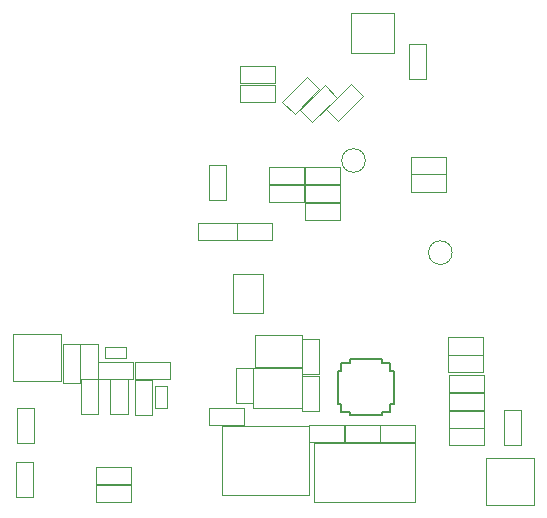
<source format=gbr>
%TF.GenerationSoftware,KiCad,Pcbnew,8.0.5-8.0.5-0~ubuntu24.04.1*%
%TF.CreationDate,2024-09-15T17:00:47-06:00*%
%TF.ProjectId,esp32-s3 single motor & battery controller,65737033-322d-4733-9320-73696e676c65,rev?*%
%TF.SameCoordinates,Original*%
%TF.FileFunction,Other,User*%
%FSLAX46Y46*%
G04 Gerber Fmt 4.6, Leading zero omitted, Abs format (unit mm)*
G04 Created by KiCad (PCBNEW 8.0.5-8.0.5-0~ubuntu24.04.1) date 2024-09-15 17:00:47*
%MOMM*%
%LPD*%
G01*
G04 APERTURE LIST*
%ADD10C,0.050000*%
%ADD11C,0.152400*%
G04 APERTURE END LIST*
D10*
%TO.C,TP1*%
X137950000Y-102800000D02*
G75*
G02*
X135950000Y-102800000I-1000000J0D01*
G01*
X135950000Y-102800000D02*
G75*
G02*
X137950000Y-102800000I1000000J0D01*
G01*
%TO.C,R11*%
X113820000Y-118320000D02*
X115280000Y-118320000D01*
X113820000Y-121280000D02*
X113820000Y-118320000D01*
X115280000Y-118320000D02*
X115280000Y-121280000D01*
X115280000Y-121280000D02*
X113820000Y-121280000D01*
%TO.C,R35*%
X145070000Y-123970000D02*
X148030000Y-123970000D01*
X145070000Y-125430000D02*
X145070000Y-123970000D01*
X148030000Y-123970000D02*
X148030000Y-125430000D01*
X148030000Y-125430000D02*
X145070000Y-125430000D01*
%TO.C,L1*%
X126750000Y-115750000D02*
X126750000Y-112450000D01*
X126750000Y-115750000D02*
X129250000Y-115750000D01*
X129250000Y-112450000D02*
X126750000Y-112450000D01*
X129250000Y-112450000D02*
X129250000Y-115750000D01*
%TO.C,R4*%
X132437294Y-98530330D02*
X134530330Y-96437294D01*
X133469670Y-99562706D02*
X132437294Y-98530330D01*
X134530330Y-96437294D02*
X135562706Y-97469670D01*
X135562706Y-97469670D02*
X133469670Y-99562706D01*
%TO.C,R10*%
X118420000Y-119870000D02*
X121380000Y-119870000D01*
X118420000Y-121330000D02*
X118420000Y-119870000D01*
X121380000Y-119870000D02*
X121380000Y-121330000D01*
X121380000Y-121330000D02*
X118420000Y-121330000D01*
%TO.C,R5*%
X134637294Y-98430330D02*
X136730330Y-96337294D01*
X135669670Y-99462706D02*
X134637294Y-98430330D01*
X136730330Y-96337294D02*
X137762706Y-97369670D01*
X137762706Y-97369670D02*
X135669670Y-99462706D01*
%TO.C,C28*%
X132570000Y-121020000D02*
X134030000Y-121020000D01*
X132570000Y-123980000D02*
X132570000Y-121020000D01*
X134030000Y-121020000D02*
X134030000Y-123980000D01*
X134030000Y-123980000D02*
X132570000Y-123980000D01*
%TO.C,C2*%
X132820000Y-104870000D02*
X135780000Y-104870000D01*
X132820000Y-106330000D02*
X132820000Y-104870000D01*
X135780000Y-104870000D02*
X135780000Y-106330000D01*
X135780000Y-106330000D02*
X132820000Y-106330000D01*
%TO.C,C40*%
X126970000Y-120407500D02*
X128430000Y-120407500D01*
X126970000Y-123367500D02*
X126970000Y-120407500D01*
X128430000Y-120407500D02*
X128430000Y-123367500D01*
X128430000Y-123367500D02*
X126970000Y-123367500D01*
%TO.C,C33*%
X136220000Y-125170000D02*
X139180000Y-125170000D01*
X136220000Y-126630000D02*
X136220000Y-125170000D01*
X139180000Y-125170000D02*
X139180000Y-126630000D01*
X139180000Y-126630000D02*
X136220000Y-126630000D01*
%TO.C,C34*%
X144970000Y-119270000D02*
X147930000Y-119270000D01*
X144970000Y-120730000D02*
X144970000Y-119270000D01*
X147930000Y-119270000D02*
X147930000Y-120730000D01*
X147930000Y-120730000D02*
X144970000Y-120730000D01*
%TO.C,R33*%
X144970000Y-117770000D02*
X147930000Y-117770000D01*
X144970000Y-119230000D02*
X144970000Y-117770000D01*
X147930000Y-117770000D02*
X147930000Y-119230000D01*
X147930000Y-119230000D02*
X144970000Y-119230000D01*
%TO.C,C13*%
X112320000Y-118300000D02*
X113780000Y-118300000D01*
X112320000Y-121600000D02*
X112320000Y-118300000D01*
X113780000Y-118300000D02*
X113780000Y-121600000D01*
X113780000Y-121600000D02*
X112320000Y-121600000D01*
%TO.C,R14*%
X127320000Y-96370000D02*
X130280000Y-96370000D01*
X127320000Y-97830000D02*
X127320000Y-96370000D01*
X130280000Y-96370000D02*
X130280000Y-97830000D01*
X130280000Y-97830000D02*
X127320000Y-97830000D01*
%TO.C,D2*%
X115870000Y-118580000D02*
X117730000Y-118580000D01*
X115870000Y-119520000D02*
X115870000Y-118580000D01*
X117730000Y-118580000D02*
X117730000Y-119520000D01*
X117730000Y-119520000D02*
X115870000Y-119520000D01*
%TO.C,Q7*%
X133150000Y-125300000D02*
X125850000Y-125300000D01*
X125850000Y-131100000D01*
X133150000Y-131100000D01*
X133150000Y-125300000D01*
%TO.C,L3*%
X128650000Y-117587500D02*
X132550000Y-117587500D01*
X128650000Y-120287500D02*
X128650000Y-117587500D01*
X132550000Y-117587500D02*
X132550000Y-120287500D01*
X132550000Y-120287500D02*
X128650000Y-120287500D01*
%TO.C,C39*%
X145070000Y-125470000D02*
X148030000Y-125470000D01*
X145070000Y-126930000D02*
X145070000Y-125470000D01*
X148030000Y-125470000D02*
X148030000Y-126930000D01*
X148030000Y-126930000D02*
X145070000Y-126930000D01*
%TO.C,C26*%
X132820000Y-106370000D02*
X135780000Y-106370000D01*
X132820000Y-107830000D02*
X132820000Y-106370000D01*
X135780000Y-106370000D02*
X135780000Y-107830000D01*
X135780000Y-107830000D02*
X132820000Y-107830000D01*
%TO.C,R20*%
X127120000Y-108070000D02*
X130080000Y-108070000D01*
X127120000Y-109530000D02*
X127120000Y-108070000D01*
X130080000Y-108070000D02*
X130080000Y-109530000D01*
X130080000Y-109530000D02*
X127120000Y-109530000D01*
%TO.C,C12*%
X118420000Y-121370000D02*
X119880000Y-121370000D01*
X118420000Y-124330000D02*
X118420000Y-121370000D01*
X119880000Y-121370000D02*
X119880000Y-124330000D01*
X119880000Y-124330000D02*
X118420000Y-124330000D01*
%TO.C,C18*%
X123750000Y-108070000D02*
X127050000Y-108070000D01*
X123750000Y-109530000D02*
X123750000Y-108070000D01*
X127050000Y-108070000D02*
X127050000Y-109530000D01*
X127050000Y-109530000D02*
X123750000Y-109530000D01*
%TO.C,C36*%
X149670000Y-123920000D02*
X151130000Y-123920000D01*
X149670000Y-126880000D02*
X149670000Y-123920000D01*
X151130000Y-123920000D02*
X151130000Y-126880000D01*
X151130000Y-126880000D02*
X149670000Y-126880000D01*
%TO.C,C23*%
X141820000Y-102470000D02*
X144780000Y-102470000D01*
X141820000Y-103930000D02*
X141820000Y-102470000D01*
X144780000Y-102470000D02*
X144780000Y-103930000D01*
X144780000Y-103930000D02*
X141820000Y-103930000D01*
%TO.C,R29*%
X139220000Y-125170000D02*
X142180000Y-125170000D01*
X139220000Y-126630000D02*
X139220000Y-125170000D01*
X142180000Y-125170000D02*
X142180000Y-126630000D01*
X142180000Y-126630000D02*
X139220000Y-126630000D01*
%TO.C,R3*%
X130937294Y-97830330D02*
X133030330Y-95737294D01*
X131969670Y-98862706D02*
X130937294Y-97830330D01*
X133030330Y-95737294D02*
X134062706Y-96769670D01*
X134062706Y-96769670D02*
X131969670Y-98862706D01*
%TO.C,C1*%
X132820000Y-103370000D02*
X135780000Y-103370000D01*
X132820000Y-104830000D02*
X132820000Y-103370000D01*
X135780000Y-103370000D02*
X135780000Y-104830000D01*
X135780000Y-104830000D02*
X132820000Y-104830000D01*
%TO.C,R8*%
X115120000Y-128770000D02*
X118080000Y-128770000D01*
X115120000Y-130230000D02*
X115120000Y-128770000D01*
X118080000Y-128770000D02*
X118080000Y-130230000D01*
X118080000Y-130230000D02*
X115120000Y-130230000D01*
%TO.C,R27*%
X133620000Y-126720000D02*
X142180000Y-126720000D01*
X133620000Y-131680000D02*
X133620000Y-126720000D01*
X142180000Y-126720000D02*
X142180000Y-131680000D01*
X142180000Y-131680000D02*
X133620000Y-131680000D01*
%TO.C,H4*%
X108150000Y-121500000D02*
X108150000Y-117500000D01*
X108150000Y-121500000D02*
X112150000Y-121500000D01*
X112150000Y-117500000D02*
X108150000Y-117500000D01*
X112150000Y-117500000D02*
X112150000Y-121500000D01*
%TO.C,C37*%
X145070000Y-122470000D02*
X148030000Y-122470000D01*
X145070000Y-123930000D02*
X145070000Y-122470000D01*
X148030000Y-122470000D02*
X148030000Y-123930000D01*
X148030000Y-123930000D02*
X145070000Y-123930000D01*
%TO.C,TP5*%
X145300000Y-110600000D02*
G75*
G02*
X143300000Y-110600000I-1000000J0D01*
G01*
X143300000Y-110600000D02*
G75*
G02*
X145300000Y-110600000I1000000J0D01*
G01*
%TO.C,R2*%
X108470000Y-123720000D02*
X109930000Y-123720000D01*
X108470000Y-126680000D02*
X108470000Y-123720000D01*
X109930000Y-123720000D02*
X109930000Y-126680000D01*
X109930000Y-126680000D02*
X108470000Y-126680000D01*
%TO.C,J2*%
X140350000Y-90300000D02*
X136750000Y-90300000D01*
X136750000Y-93700000D01*
X140350000Y-93700000D01*
X140350000Y-90300000D01*
%TO.C,FB1*%
X129820000Y-103370000D02*
X132780000Y-103370000D01*
X129820000Y-104830000D02*
X129820000Y-103370000D01*
X132780000Y-103370000D02*
X132780000Y-104830000D01*
X132780000Y-104830000D02*
X129820000Y-104830000D01*
%TO.C,R34*%
X145070000Y-120970000D02*
X148030000Y-120970000D01*
X145070000Y-122430000D02*
X145070000Y-120970000D01*
X148030000Y-120970000D02*
X148030000Y-122430000D01*
X148030000Y-122430000D02*
X145070000Y-122430000D01*
%TO.C,D4*%
X120180000Y-121920000D02*
X121120000Y-121920000D01*
X120180000Y-123780000D02*
X120180000Y-121920000D01*
X121120000Y-121920000D02*
X121120000Y-123780000D01*
X121120000Y-123780000D02*
X120180000Y-123780000D01*
%TO.C,C27*%
X132570000Y-117920000D02*
X134030000Y-117920000D01*
X132570000Y-120880000D02*
X132570000Y-117920000D01*
X134030000Y-117920000D02*
X134030000Y-120880000D01*
X134030000Y-120880000D02*
X132570000Y-120880000D01*
%TO.C,C38*%
X124720000Y-123770000D02*
X127680000Y-123770000D01*
X124720000Y-125230000D02*
X124720000Y-123770000D01*
X127680000Y-123770000D02*
X127680000Y-125230000D01*
X127680000Y-125230000D02*
X124720000Y-125230000D01*
%TO.C,C19*%
X129820000Y-104870000D02*
X132780000Y-104870000D01*
X129820000Y-106330000D02*
X129820000Y-104870000D01*
X132780000Y-104870000D02*
X132780000Y-106330000D01*
X132780000Y-106330000D02*
X129820000Y-106330000D01*
%TO.C,R7*%
X108370000Y-128320000D02*
X109830000Y-128320000D01*
X108370000Y-131280000D02*
X108370000Y-128320000D01*
X109830000Y-128320000D02*
X109830000Y-131280000D01*
X109830000Y-131280000D02*
X108370000Y-131280000D01*
%TO.C,R28*%
X115320000Y-119820000D02*
X118280000Y-119820000D01*
X115320000Y-121280000D02*
X115320000Y-119820000D01*
X118280000Y-119820000D02*
X118280000Y-121280000D01*
X118280000Y-121280000D02*
X115320000Y-121280000D01*
D11*
%TO.C,U3*%
X135612400Y-120618748D02*
X135917200Y-120618748D01*
X135612400Y-123381252D02*
X135612400Y-120618748D01*
X135917200Y-119917200D02*
X136618748Y-119917200D01*
X135917200Y-120618748D02*
X135917200Y-119917200D01*
X135917200Y-123381252D02*
X135612400Y-123381252D01*
X135917200Y-124082800D02*
X135917200Y-123381252D01*
X136618748Y-119612400D02*
X139381252Y-119612400D01*
X136618748Y-119917200D02*
X136618748Y-119612400D01*
X136618748Y-124082800D02*
X135917200Y-124082800D01*
X136618748Y-124387600D02*
X136618748Y-124082800D01*
X139381252Y-119612400D02*
X139381252Y-119917200D01*
X139381252Y-119917200D02*
X140082800Y-119917200D01*
X139381252Y-124082800D02*
X139381252Y-124387600D01*
X139381252Y-124387600D02*
X136618748Y-124387600D01*
X140082800Y-119917200D02*
X140082800Y-120618748D01*
X140082800Y-120618748D02*
X140387600Y-120618748D01*
X140082800Y-123381252D02*
X140082800Y-124082800D01*
X140082800Y-124082800D02*
X139381252Y-124082800D01*
X140387600Y-120618748D02*
X140387600Y-123381252D01*
X140387600Y-123381252D02*
X140082800Y-123381252D01*
D10*
%TO.C,U2*%
X128450000Y-120337500D02*
X128450000Y-123737500D01*
X128450000Y-123737500D02*
X132550000Y-123737500D01*
X132550000Y-120337500D02*
X128450000Y-120337500D01*
X132550000Y-123737500D02*
X132550000Y-120337500D01*
%TO.C,R19*%
X124720000Y-103170000D02*
X126180000Y-103170000D01*
X124720000Y-106130000D02*
X124720000Y-103170000D01*
X126180000Y-103170000D02*
X126180000Y-106130000D01*
X126180000Y-106130000D02*
X124720000Y-106130000D01*
%TO.C,C6*%
X113870000Y-121320000D02*
X115330000Y-121320000D01*
X113870000Y-124280000D02*
X113870000Y-121320000D01*
X115330000Y-121320000D02*
X115330000Y-124280000D01*
X115330000Y-124280000D02*
X113870000Y-124280000D01*
%TO.C,R6*%
X141670000Y-92970000D02*
X143130000Y-92970000D01*
X141670000Y-95930000D02*
X141670000Y-92970000D01*
X143130000Y-92970000D02*
X143130000Y-95930000D01*
X143130000Y-95930000D02*
X141670000Y-95930000D01*
%TO.C,R18*%
X115120000Y-130270000D02*
X118080000Y-130270000D01*
X115120000Y-131730000D02*
X115120000Y-130270000D01*
X118080000Y-130270000D02*
X118080000Y-131730000D01*
X118080000Y-131730000D02*
X115120000Y-131730000D01*
%TO.C,C31*%
X116370000Y-121320000D02*
X117830000Y-121320000D01*
X116370000Y-124280000D02*
X116370000Y-121320000D01*
X117830000Y-121320000D02*
X117830000Y-124280000D01*
X117830000Y-124280000D02*
X116370000Y-124280000D01*
%TO.C,C24*%
X141820000Y-103970000D02*
X144780000Y-103970000D01*
X141820000Y-105430000D02*
X141820000Y-103970000D01*
X144780000Y-103970000D02*
X144780000Y-105430000D01*
X144780000Y-105430000D02*
X141820000Y-105430000D01*
%TO.C,H2*%
X148200000Y-128000000D02*
X148200000Y-132000000D01*
X148200000Y-128000000D02*
X152200000Y-128000000D01*
X152200000Y-132000000D02*
X148200000Y-132000000D01*
X152200000Y-132000000D02*
X152200000Y-128000000D01*
%TO.C,R30*%
X133220000Y-125170000D02*
X136180000Y-125170000D01*
X133220000Y-126630000D02*
X133220000Y-125170000D01*
X136180000Y-125170000D02*
X136180000Y-126630000D01*
X136180000Y-126630000D02*
X133220000Y-126630000D01*
%TO.C,R15*%
X127320000Y-94820000D02*
X130280000Y-94820000D01*
X127320000Y-96280000D02*
X127320000Y-94820000D01*
X130280000Y-94820000D02*
X130280000Y-96280000D01*
X130280000Y-96280000D02*
X127320000Y-96280000D01*
%TD*%
M02*

</source>
